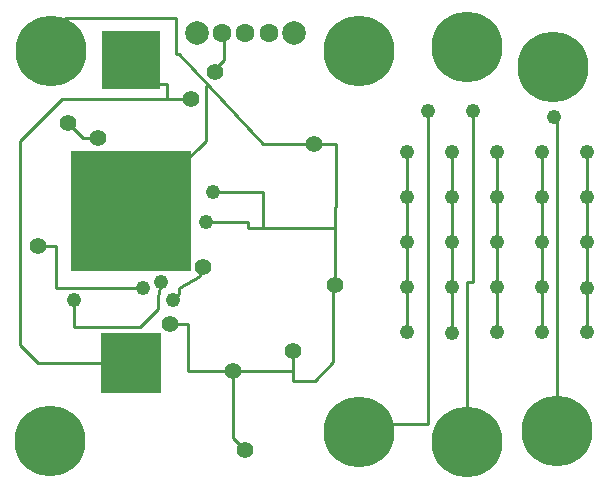
<source format=gbr>
%FSLAX23Y23*%
%MOIN*%
G04 EasyPC Gerber Version 17.0 Build 3379 *
%ADD113R,0.19685X0.19685*%
%ADD112R,0.20000X0.20000*%
%ADD111R,0.40000X0.40000*%
%ADD80C,0.01000*%
%ADD81C,0.04800*%
%ADD79C,0.05600*%
%ADD77C,0.06299*%
%ADD78C,0.07874*%
%ADD76C,0.23622*%
X0Y0D02*
D02*
D76*
X853Y638D03*
X855Y1938D03*
X1883Y668D03*
Y1938D03*
X2242Y634D03*
X2244Y1950D03*
X2530Y1885D03*
X2543Y672D03*
D02*
D77*
X1426Y1998D03*
X1504D03*
X1583D03*
D02*
D78*
X1343D03*
X1666D03*
D02*
D79*
X813Y1288D03*
X913Y1698D03*
X1013Y1648D03*
X1253Y1028D03*
X1323Y1778D03*
X1363Y1218D03*
X1403Y1868D03*
X1463Y869D03*
X1503Y608D03*
X1663Y938D03*
X1733Y1628D03*
X1803Y1158D03*
D02*
D80*
X913Y1698D02*
X963Y1648D01*
X1013*
X933Y1108D02*
Y1018D01*
X1153*
X1213Y1078*
Y1118*
X1223Y1168*
X1123Y898D02*
X813D01*
X753Y958*
Y1638*
X893Y1778*
X1323*
X1123Y1403D02*
X1138D01*
X1373Y1638*
Y1819*
X1384*
X1163Y1148D02*
X873D01*
Y1288*
X813*
X1323Y1778D02*
X1243D01*
Y1828*
X1123*
Y1908*
X1363Y1218D02*
X1353D01*
Y1188*
X1283Y1148*
Y1128*
X1263Y1108*
X1384Y1819D02*
X1563Y1626D01*
Y1628*
X1790*
X1384Y1819D02*
X1283Y1928D01*
X1273*
Y2048*
X903*
Y2038*
X855Y1928*
Y1938*
X1426Y1998D02*
X1433D01*
Y1908*
X1413Y1888*
X1403*
Y1868*
X1463Y869D02*
Y648D01*
X1503Y608*
X1463Y869D02*
X1313D01*
Y1028*
X1253*
X1463Y869D02*
X1663D01*
Y938*
X1563Y1348D02*
X1513D01*
Y1368*
X1373*
X1563Y1348D02*
Y1466D01*
X1395*
X1563Y1348D02*
X1803D01*
Y1308*
X1733Y1628D02*
X1790D01*
X1805*
Y1416*
X1803*
Y1308*
Y1158D02*
X1798D01*
Y901*
X1735Y838*
X1663*
Y938*
X1803Y1308D02*
Y1158D01*
X1883Y668D02*
Y693D01*
X2113*
Y1738*
X2043Y1150D02*
Y1000D01*
Y1300D02*
Y1150D01*
Y1450D02*
Y1300D01*
Y1600D02*
Y1450D01*
X2193Y1150D02*
Y998D01*
Y1300D02*
Y1150D01*
Y1450D02*
Y1300D01*
Y1600D02*
Y1450D01*
X2242Y634D02*
Y1168D01*
X2263*
Y1738*
X2343Y1150D02*
Y1000D01*
Y1300D02*
Y1150D01*
Y1450D02*
Y1300D01*
Y1600D02*
Y1450D01*
X2493Y1150D02*
Y1000D01*
Y1300D02*
Y1150D01*
Y1450D02*
Y1300D01*
Y1600D02*
Y1450D01*
X2533Y1718D02*
X2543Y1708D01*
Y672*
X2643Y1000D02*
Y1148D01*
Y1300D02*
Y1148D01*
Y1450D02*
Y1300D01*
Y1600D02*
Y1450D01*
D02*
D81*
X933Y1108D03*
X1163Y1148D03*
X1223Y1168D03*
X1263Y1108D03*
X1373Y1368D03*
X1395Y1466D03*
X2043Y1000D03*
Y1150D03*
Y1300D03*
Y1450D03*
Y1600D03*
X2113Y1738D03*
X2193Y998D03*
Y1150D03*
Y1300D03*
Y1450D03*
Y1600D03*
X2263Y1738D03*
X2343Y1000D03*
Y1150D03*
Y1300D03*
Y1450D03*
Y1600D03*
X2493Y1000D03*
Y1150D03*
Y1300D03*
Y1450D03*
Y1600D03*
X2533Y1718D03*
X2643Y1000D03*
Y1148D03*
Y1300D03*
Y1450D03*
Y1600D03*
D02*
D111*
X1123Y1403D03*
D02*
D112*
Y898D03*
D02*
D113*
Y1908D03*
X0Y0D02*
M02*

</source>
